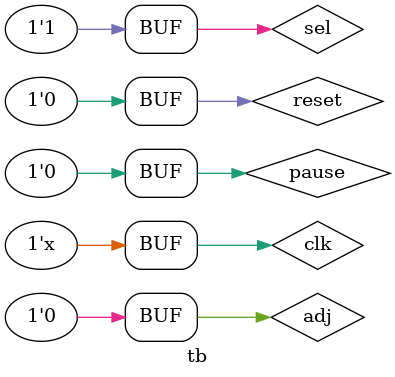
<source format=v>
`timescale 1ns / 1ps
module tb;
   reg reset;                  
   reg pause;
   reg clk;
   reg sel;
   reg adj;
   wire [7:0]min;
   wire [3:0]sec;
   initial
     begin
     clk = 0;
     pause=0;
     sel=1;
     adj=0;
	  reset=0;
     end 
 always #1 clk=~clk;

stopwatch uut_ (/*AUTOINST*/
                // Outputs
                .Clock(clk), // input
                .Sel(sel),
                .Adj(adj),
                .Reset(reset),
                .Pause(pause),
                .seg(min[7:0]),
                .an(sec[3:0])
                );
endmodule

</source>
